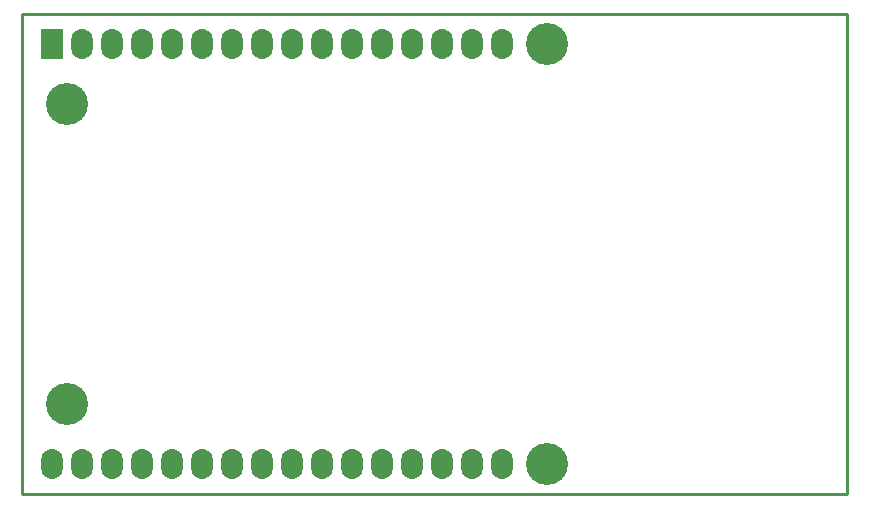
<source format=gbl>
G04 #@! TF.GenerationSoftware,KiCad,Pcbnew,no-vcs-found-7602~57~ubuntu16.04.1*
G04 #@! TF.CreationDate,2017-02-08T13:56:51-05:00*
G04 #@! TF.ProjectId,rs232_interface_3x2,74656D706C6174655F3378322E6B6963,1.0*
G04 #@! TF.FileFunction,Copper,L2,Bot,Signal*
G04 #@! TF.FilePolarity,Positive*
%FSLAX46Y46*%
G04 Gerber Fmt 4.6, Leading zero omitted, Abs format (unit mm)*
G04 Created by KiCad (PCBNEW no-vcs-found-7602~57~ubuntu16.04.1) date Wed Feb  8 13:56:51 2017*
%MOMM*%
%LPD*%
G01*
G04 APERTURE LIST*
%ADD10C,0.100000*%
%ADD11C,0.228600*%
%ADD12O,1.854200X2.540000*%
%ADD13R,1.854200X2.540000*%
%ADD14C,3.556000*%
G04 APERTURE END LIST*
D10*
D11*
X155575000Y-68580000D02*
X85725000Y-68580000D01*
X155575000Y-109220000D02*
X155575000Y-68580000D01*
X85725000Y-109220000D02*
X155575000Y-109220000D01*
X85725000Y-68580000D02*
X85725000Y-109220000D01*
D12*
X90805000Y-71120000D03*
X93345000Y-71120000D03*
D13*
X88265000Y-71120000D03*
D12*
X95885000Y-71120000D03*
X98425000Y-71120000D03*
X100965000Y-71120000D03*
X103505000Y-71120000D03*
X106045000Y-71120000D03*
X108585000Y-71120000D03*
X111125000Y-71120000D03*
X113665000Y-71120000D03*
X116205000Y-71120000D03*
X118745000Y-71120000D03*
X121285000Y-71120000D03*
X123825000Y-71120000D03*
X126365000Y-71120000D03*
X126365000Y-106680000D03*
X123825000Y-106680000D03*
X121285000Y-106680000D03*
X118745000Y-106680000D03*
X116205000Y-106680000D03*
X113665000Y-106680000D03*
X111125000Y-106680000D03*
X108585000Y-106680000D03*
X106045000Y-106680000D03*
X103505000Y-106680000D03*
X100965000Y-106680000D03*
X98425000Y-106680000D03*
X95885000Y-106680000D03*
X93345000Y-106680000D03*
X90805000Y-106680000D03*
X88265000Y-106680000D03*
D14*
X89535000Y-76200000D03*
X89535000Y-101600000D03*
X130175000Y-106680000D03*
X130175000Y-71120000D03*
M02*

</source>
